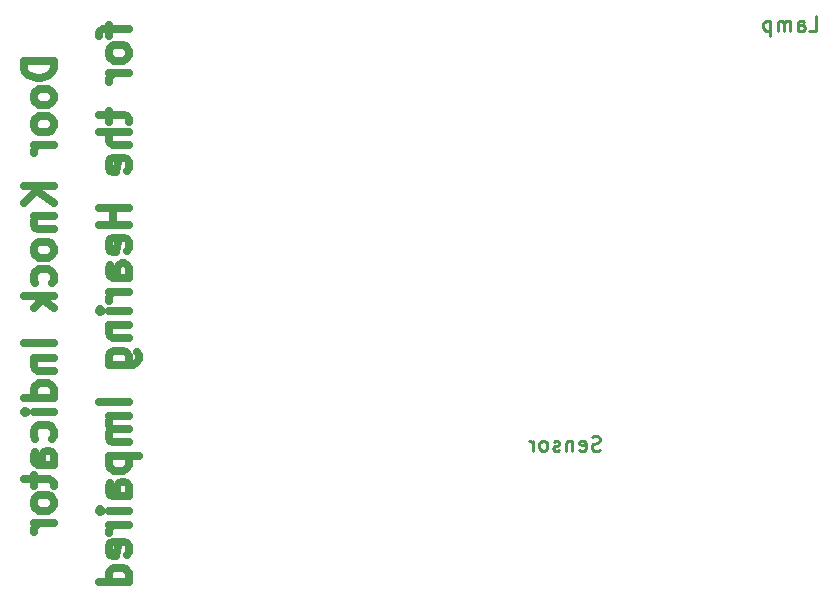
<source format=gbr>
G04 #@! TF.GenerationSoftware,KiCad,Pcbnew,(5.1.5-0-10_14)*
G04 #@! TF.CreationDate,2020-05-17T15:29:09+03:00*
G04 #@! TF.ProjectId,final,66696e61-6c2e-46b6-9963-61645f706362,rev?*
G04 #@! TF.SameCoordinates,Original*
G04 #@! TF.FileFunction,Paste,Bot*
G04 #@! TF.FilePolarity,Positive*
%FSLAX46Y46*%
G04 Gerber Fmt 4.6, Leading zero omitted, Abs format (unit mm)*
G04 Created by KiCad (PCBNEW (5.1.5-0-10_14)) date 2020-05-17 15:29:09*
%MOMM*%
%LPD*%
G04 APERTURE LIST*
%ADD10C,0.635000*%
%ADD11C,0.254000*%
G04 APERTURE END LIST*
D10*
X106559047Y-84364285D02*
X104019047Y-84364285D01*
X104019047Y-84969047D01*
X104140000Y-85331904D01*
X104381904Y-85573809D01*
X104623809Y-85694761D01*
X105107619Y-85815714D01*
X105470476Y-85815714D01*
X105954285Y-85694761D01*
X106196190Y-85573809D01*
X106438095Y-85331904D01*
X106559047Y-84969047D01*
X106559047Y-84364285D01*
X106559047Y-87267142D02*
X106438095Y-87025238D01*
X106317142Y-86904285D01*
X106075238Y-86783333D01*
X105349523Y-86783333D01*
X105107619Y-86904285D01*
X104986666Y-87025238D01*
X104865714Y-87267142D01*
X104865714Y-87630000D01*
X104986666Y-87871904D01*
X105107619Y-87992857D01*
X105349523Y-88113809D01*
X106075238Y-88113809D01*
X106317142Y-87992857D01*
X106438095Y-87871904D01*
X106559047Y-87630000D01*
X106559047Y-87267142D01*
X106559047Y-89565238D02*
X106438095Y-89323333D01*
X106317142Y-89202380D01*
X106075238Y-89081428D01*
X105349523Y-89081428D01*
X105107619Y-89202380D01*
X104986666Y-89323333D01*
X104865714Y-89565238D01*
X104865714Y-89928095D01*
X104986666Y-90170000D01*
X105107619Y-90290952D01*
X105349523Y-90411904D01*
X106075238Y-90411904D01*
X106317142Y-90290952D01*
X106438095Y-90170000D01*
X106559047Y-89928095D01*
X106559047Y-89565238D01*
X106559047Y-91500476D02*
X104865714Y-91500476D01*
X105349523Y-91500476D02*
X105107619Y-91621428D01*
X104986666Y-91742380D01*
X104865714Y-91984285D01*
X104865714Y-92226190D01*
X106559047Y-95008095D02*
X104019047Y-95008095D01*
X106559047Y-96459523D02*
X105107619Y-95370952D01*
X104019047Y-96459523D02*
X105470476Y-95008095D01*
X104865714Y-97548095D02*
X106559047Y-97548095D01*
X105107619Y-97548095D02*
X104986666Y-97669047D01*
X104865714Y-97910952D01*
X104865714Y-98273809D01*
X104986666Y-98515714D01*
X105228571Y-98636666D01*
X106559047Y-98636666D01*
X106559047Y-100209047D02*
X106438095Y-99967142D01*
X106317142Y-99846190D01*
X106075238Y-99725238D01*
X105349523Y-99725238D01*
X105107619Y-99846190D01*
X104986666Y-99967142D01*
X104865714Y-100209047D01*
X104865714Y-100571904D01*
X104986666Y-100813809D01*
X105107619Y-100934761D01*
X105349523Y-101055714D01*
X106075238Y-101055714D01*
X106317142Y-100934761D01*
X106438095Y-100813809D01*
X106559047Y-100571904D01*
X106559047Y-100209047D01*
X106438095Y-103232857D02*
X106559047Y-102990952D01*
X106559047Y-102507142D01*
X106438095Y-102265238D01*
X106317142Y-102144285D01*
X106075238Y-102023333D01*
X105349523Y-102023333D01*
X105107619Y-102144285D01*
X104986666Y-102265238D01*
X104865714Y-102507142D01*
X104865714Y-102990952D01*
X104986666Y-103232857D01*
X106559047Y-104321428D02*
X104019047Y-104321428D01*
X105591428Y-104563333D02*
X106559047Y-105289047D01*
X104865714Y-105289047D02*
X105833333Y-104321428D01*
X106559047Y-108312857D02*
X104019047Y-108312857D01*
X104865714Y-109522380D02*
X106559047Y-109522380D01*
X105107619Y-109522380D02*
X104986666Y-109643333D01*
X104865714Y-109885238D01*
X104865714Y-110248095D01*
X104986666Y-110490000D01*
X105228571Y-110610952D01*
X106559047Y-110610952D01*
X106559047Y-112909047D02*
X104019047Y-112909047D01*
X106438095Y-112909047D02*
X106559047Y-112667142D01*
X106559047Y-112183333D01*
X106438095Y-111941428D01*
X106317142Y-111820476D01*
X106075238Y-111699523D01*
X105349523Y-111699523D01*
X105107619Y-111820476D01*
X104986666Y-111941428D01*
X104865714Y-112183333D01*
X104865714Y-112667142D01*
X104986666Y-112909047D01*
X106559047Y-114118571D02*
X104865714Y-114118571D01*
X104019047Y-114118571D02*
X104140000Y-113997619D01*
X104260952Y-114118571D01*
X104140000Y-114239523D01*
X104019047Y-114118571D01*
X104260952Y-114118571D01*
X106438095Y-116416666D02*
X106559047Y-116174761D01*
X106559047Y-115690952D01*
X106438095Y-115449047D01*
X106317142Y-115328095D01*
X106075238Y-115207142D01*
X105349523Y-115207142D01*
X105107619Y-115328095D01*
X104986666Y-115449047D01*
X104865714Y-115690952D01*
X104865714Y-116174761D01*
X104986666Y-116416666D01*
X106559047Y-118593809D02*
X105228571Y-118593809D01*
X104986666Y-118472857D01*
X104865714Y-118230952D01*
X104865714Y-117747142D01*
X104986666Y-117505238D01*
X106438095Y-118593809D02*
X106559047Y-118351904D01*
X106559047Y-117747142D01*
X106438095Y-117505238D01*
X106196190Y-117384285D01*
X105954285Y-117384285D01*
X105712380Y-117505238D01*
X105591428Y-117747142D01*
X105591428Y-118351904D01*
X105470476Y-118593809D01*
X104865714Y-119440476D02*
X104865714Y-120408095D01*
X104019047Y-119803333D02*
X106196190Y-119803333D01*
X106438095Y-119924285D01*
X106559047Y-120166190D01*
X106559047Y-120408095D01*
X106559047Y-121617619D02*
X106438095Y-121375714D01*
X106317142Y-121254761D01*
X106075238Y-121133809D01*
X105349523Y-121133809D01*
X105107619Y-121254761D01*
X104986666Y-121375714D01*
X104865714Y-121617619D01*
X104865714Y-121980476D01*
X104986666Y-122222380D01*
X105107619Y-122343333D01*
X105349523Y-122464285D01*
X106075238Y-122464285D01*
X106317142Y-122343333D01*
X106438095Y-122222380D01*
X106559047Y-121980476D01*
X106559047Y-121617619D01*
X106559047Y-123552857D02*
X104865714Y-123552857D01*
X105349523Y-123552857D02*
X105107619Y-123673809D01*
X104986666Y-123794761D01*
X104865714Y-124036666D01*
X104865714Y-124278571D01*
X111215714Y-81340476D02*
X111215714Y-82308095D01*
X112909047Y-81703333D02*
X110731904Y-81703333D01*
X110490000Y-81824285D01*
X110369047Y-82066190D01*
X110369047Y-82308095D01*
X112909047Y-83517619D02*
X112788095Y-83275714D01*
X112667142Y-83154761D01*
X112425238Y-83033809D01*
X111699523Y-83033809D01*
X111457619Y-83154761D01*
X111336666Y-83275714D01*
X111215714Y-83517619D01*
X111215714Y-83880476D01*
X111336666Y-84122380D01*
X111457619Y-84243333D01*
X111699523Y-84364285D01*
X112425238Y-84364285D01*
X112667142Y-84243333D01*
X112788095Y-84122380D01*
X112909047Y-83880476D01*
X112909047Y-83517619D01*
X112909047Y-85452857D02*
X111215714Y-85452857D01*
X111699523Y-85452857D02*
X111457619Y-85573809D01*
X111336666Y-85694761D01*
X111215714Y-85936666D01*
X111215714Y-86178571D01*
X111215714Y-88597619D02*
X111215714Y-89565238D01*
X110369047Y-88960476D02*
X112546190Y-88960476D01*
X112788095Y-89081428D01*
X112909047Y-89323333D01*
X112909047Y-89565238D01*
X112909047Y-90411904D02*
X110369047Y-90411904D01*
X112909047Y-91500476D02*
X111578571Y-91500476D01*
X111336666Y-91379523D01*
X111215714Y-91137619D01*
X111215714Y-90774761D01*
X111336666Y-90532857D01*
X111457619Y-90411904D01*
X112788095Y-93677619D02*
X112909047Y-93435714D01*
X112909047Y-92951904D01*
X112788095Y-92710000D01*
X112546190Y-92589047D01*
X111578571Y-92589047D01*
X111336666Y-92710000D01*
X111215714Y-92951904D01*
X111215714Y-93435714D01*
X111336666Y-93677619D01*
X111578571Y-93798571D01*
X111820476Y-93798571D01*
X112062380Y-92589047D01*
X112909047Y-96822380D02*
X110369047Y-96822380D01*
X111578571Y-96822380D02*
X111578571Y-98273809D01*
X112909047Y-98273809D02*
X110369047Y-98273809D01*
X112788095Y-100450952D02*
X112909047Y-100209047D01*
X112909047Y-99725238D01*
X112788095Y-99483333D01*
X112546190Y-99362380D01*
X111578571Y-99362380D01*
X111336666Y-99483333D01*
X111215714Y-99725238D01*
X111215714Y-100209047D01*
X111336666Y-100450952D01*
X111578571Y-100571904D01*
X111820476Y-100571904D01*
X112062380Y-99362380D01*
X112909047Y-102749047D02*
X111578571Y-102749047D01*
X111336666Y-102628095D01*
X111215714Y-102386190D01*
X111215714Y-101902380D01*
X111336666Y-101660476D01*
X112788095Y-102749047D02*
X112909047Y-102507142D01*
X112909047Y-101902380D01*
X112788095Y-101660476D01*
X112546190Y-101539523D01*
X112304285Y-101539523D01*
X112062380Y-101660476D01*
X111941428Y-101902380D01*
X111941428Y-102507142D01*
X111820476Y-102749047D01*
X112909047Y-103958571D02*
X111215714Y-103958571D01*
X111699523Y-103958571D02*
X111457619Y-104079523D01*
X111336666Y-104200476D01*
X111215714Y-104442380D01*
X111215714Y-104684285D01*
X112909047Y-105530952D02*
X111215714Y-105530952D01*
X110369047Y-105530952D02*
X110490000Y-105410000D01*
X110610952Y-105530952D01*
X110490000Y-105651904D01*
X110369047Y-105530952D01*
X110610952Y-105530952D01*
X111215714Y-106740476D02*
X112909047Y-106740476D01*
X111457619Y-106740476D02*
X111336666Y-106861428D01*
X111215714Y-107103333D01*
X111215714Y-107466190D01*
X111336666Y-107708095D01*
X111578571Y-107829047D01*
X112909047Y-107829047D01*
X111215714Y-110127142D02*
X113271904Y-110127142D01*
X113513809Y-110006190D01*
X113634761Y-109885238D01*
X113755714Y-109643333D01*
X113755714Y-109280476D01*
X113634761Y-109038571D01*
X112788095Y-110127142D02*
X112909047Y-109885238D01*
X112909047Y-109401428D01*
X112788095Y-109159523D01*
X112667142Y-109038571D01*
X112425238Y-108917619D01*
X111699523Y-108917619D01*
X111457619Y-109038571D01*
X111336666Y-109159523D01*
X111215714Y-109401428D01*
X111215714Y-109885238D01*
X111336666Y-110127142D01*
X112909047Y-113271904D02*
X110369047Y-113271904D01*
X112909047Y-114481428D02*
X111215714Y-114481428D01*
X111457619Y-114481428D02*
X111336666Y-114602380D01*
X111215714Y-114844285D01*
X111215714Y-115207142D01*
X111336666Y-115449047D01*
X111578571Y-115570000D01*
X112909047Y-115570000D01*
X111578571Y-115570000D02*
X111336666Y-115690952D01*
X111215714Y-115932857D01*
X111215714Y-116295714D01*
X111336666Y-116537619D01*
X111578571Y-116658571D01*
X112909047Y-116658571D01*
X111215714Y-117868095D02*
X113755714Y-117868095D01*
X111336666Y-117868095D02*
X111215714Y-118110000D01*
X111215714Y-118593809D01*
X111336666Y-118835714D01*
X111457619Y-118956666D01*
X111699523Y-119077619D01*
X112425238Y-119077619D01*
X112667142Y-118956666D01*
X112788095Y-118835714D01*
X112909047Y-118593809D01*
X112909047Y-118110000D01*
X112788095Y-117868095D01*
X112909047Y-121254761D02*
X111578571Y-121254761D01*
X111336666Y-121133809D01*
X111215714Y-120891904D01*
X111215714Y-120408095D01*
X111336666Y-120166190D01*
X112788095Y-121254761D02*
X112909047Y-121012857D01*
X112909047Y-120408095D01*
X112788095Y-120166190D01*
X112546190Y-120045238D01*
X112304285Y-120045238D01*
X112062380Y-120166190D01*
X111941428Y-120408095D01*
X111941428Y-121012857D01*
X111820476Y-121254761D01*
X112909047Y-122464285D02*
X111215714Y-122464285D01*
X110369047Y-122464285D02*
X110490000Y-122343333D01*
X110610952Y-122464285D01*
X110490000Y-122585238D01*
X110369047Y-122464285D01*
X110610952Y-122464285D01*
X112909047Y-123673809D02*
X111215714Y-123673809D01*
X111699523Y-123673809D02*
X111457619Y-123794761D01*
X111336666Y-123915714D01*
X111215714Y-124157619D01*
X111215714Y-124399523D01*
X112788095Y-126213809D02*
X112909047Y-125971904D01*
X112909047Y-125488095D01*
X112788095Y-125246190D01*
X112546190Y-125125238D01*
X111578571Y-125125238D01*
X111336666Y-125246190D01*
X111215714Y-125488095D01*
X111215714Y-125971904D01*
X111336666Y-126213809D01*
X111578571Y-126334761D01*
X111820476Y-126334761D01*
X112062380Y-125125238D01*
X112909047Y-128511904D02*
X110369047Y-128511904D01*
X112788095Y-128511904D02*
X112909047Y-128270000D01*
X112909047Y-127786190D01*
X112788095Y-127544285D01*
X112667142Y-127423333D01*
X112425238Y-127302380D01*
X111699523Y-127302380D01*
X111457619Y-127423333D01*
X111336666Y-127544285D01*
X111215714Y-127786190D01*
X111215714Y-128270000D01*
X111336666Y-128511904D01*
D11*
X152823333Y-117354047D02*
X152641904Y-117414523D01*
X152339523Y-117414523D01*
X152218571Y-117354047D01*
X152158095Y-117293571D01*
X152097619Y-117172619D01*
X152097619Y-117051666D01*
X152158095Y-116930714D01*
X152218571Y-116870238D01*
X152339523Y-116809761D01*
X152581428Y-116749285D01*
X152702380Y-116688809D01*
X152762857Y-116628333D01*
X152823333Y-116507380D01*
X152823333Y-116386428D01*
X152762857Y-116265476D01*
X152702380Y-116205000D01*
X152581428Y-116144523D01*
X152279047Y-116144523D01*
X152097619Y-116205000D01*
X151069523Y-117354047D02*
X151190476Y-117414523D01*
X151432380Y-117414523D01*
X151553333Y-117354047D01*
X151613809Y-117233095D01*
X151613809Y-116749285D01*
X151553333Y-116628333D01*
X151432380Y-116567857D01*
X151190476Y-116567857D01*
X151069523Y-116628333D01*
X151009047Y-116749285D01*
X151009047Y-116870238D01*
X151613809Y-116991190D01*
X150464761Y-116567857D02*
X150464761Y-117414523D01*
X150464761Y-116688809D02*
X150404285Y-116628333D01*
X150283333Y-116567857D01*
X150101904Y-116567857D01*
X149980952Y-116628333D01*
X149920476Y-116749285D01*
X149920476Y-117414523D01*
X149376190Y-117354047D02*
X149255238Y-117414523D01*
X149013333Y-117414523D01*
X148892380Y-117354047D01*
X148831904Y-117233095D01*
X148831904Y-117172619D01*
X148892380Y-117051666D01*
X149013333Y-116991190D01*
X149194761Y-116991190D01*
X149315714Y-116930714D01*
X149376190Y-116809761D01*
X149376190Y-116749285D01*
X149315714Y-116628333D01*
X149194761Y-116567857D01*
X149013333Y-116567857D01*
X148892380Y-116628333D01*
X148106190Y-117414523D02*
X148227142Y-117354047D01*
X148287619Y-117293571D01*
X148348095Y-117172619D01*
X148348095Y-116809761D01*
X148287619Y-116688809D01*
X148227142Y-116628333D01*
X148106190Y-116567857D01*
X147924761Y-116567857D01*
X147803809Y-116628333D01*
X147743333Y-116688809D01*
X147682857Y-116809761D01*
X147682857Y-117172619D01*
X147743333Y-117293571D01*
X147803809Y-117354047D01*
X147924761Y-117414523D01*
X148106190Y-117414523D01*
X147138571Y-117414523D02*
X147138571Y-116567857D01*
X147138571Y-116809761D02*
X147078095Y-116688809D01*
X147017619Y-116628333D01*
X146896666Y-116567857D01*
X146775714Y-116567857D01*
X170512619Y-81854523D02*
X171117380Y-81854523D01*
X171117380Y-80584523D01*
X169545000Y-81854523D02*
X169545000Y-81189285D01*
X169605476Y-81068333D01*
X169726428Y-81007857D01*
X169968333Y-81007857D01*
X170089285Y-81068333D01*
X169545000Y-81794047D02*
X169665952Y-81854523D01*
X169968333Y-81854523D01*
X170089285Y-81794047D01*
X170149761Y-81673095D01*
X170149761Y-81552142D01*
X170089285Y-81431190D01*
X169968333Y-81370714D01*
X169665952Y-81370714D01*
X169545000Y-81310238D01*
X168940238Y-81854523D02*
X168940238Y-81007857D01*
X168940238Y-81128809D02*
X168879761Y-81068333D01*
X168758809Y-81007857D01*
X168577380Y-81007857D01*
X168456428Y-81068333D01*
X168395952Y-81189285D01*
X168395952Y-81854523D01*
X168395952Y-81189285D02*
X168335476Y-81068333D01*
X168214523Y-81007857D01*
X168033095Y-81007857D01*
X167912142Y-81068333D01*
X167851666Y-81189285D01*
X167851666Y-81854523D01*
X167246904Y-81007857D02*
X167246904Y-82277857D01*
X167246904Y-81068333D02*
X167125952Y-81007857D01*
X166884047Y-81007857D01*
X166763095Y-81068333D01*
X166702619Y-81128809D01*
X166642142Y-81249761D01*
X166642142Y-81612619D01*
X166702619Y-81733571D01*
X166763095Y-81794047D01*
X166884047Y-81854523D01*
X167125952Y-81854523D01*
X167246904Y-81794047D01*
M02*

</source>
